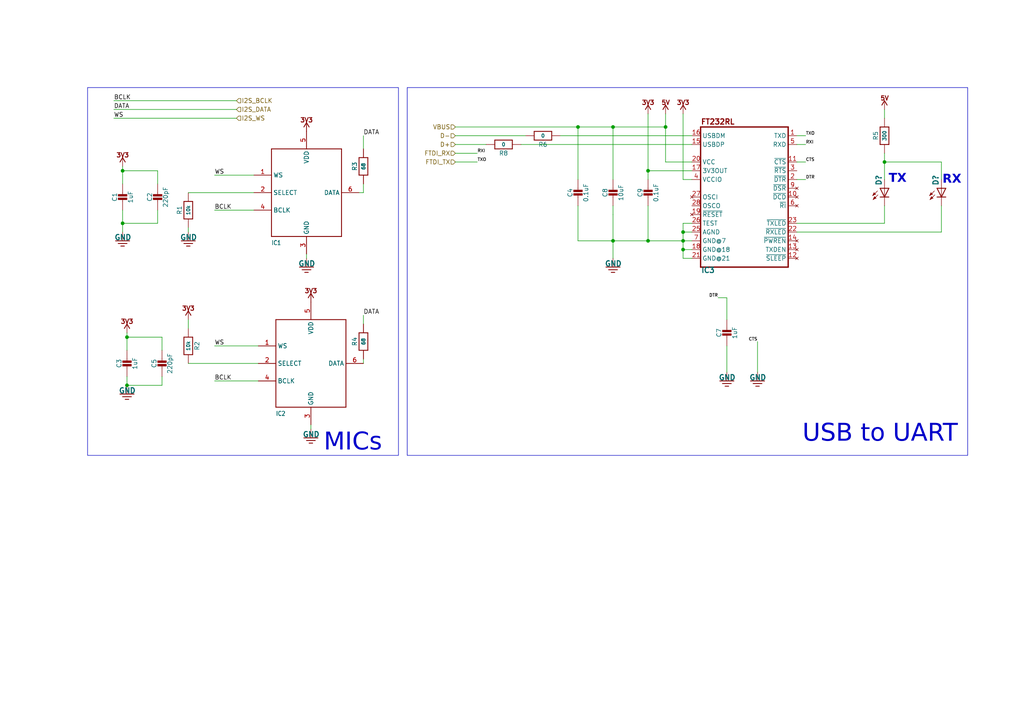
<source format=kicad_sch>
(kicad_sch (version 20231120) (generator "eeschema") (generator_version "8.0")
  (paper "A4")
  (lib_symbols
    (symbol "Adafruit I2S Mic SPK0415HM4H-eagle-import:CAP_CERAMIC0805-NOOUTLINE"
      (property "Reference" "C" (at -2.29 1.25 90))
      (symbol "CAP_CERAMIC0805-NOOUTLINE_1_0"
        (rectangle (start -1.27 0.508) (end 1.27 1.016) (fill (type outline)))
        (rectangle (start -1.27 1.524) (end 1.27 2.032) (fill (type outline)))
        (polyline (pts (xy 0 0.762) (xy 0 0)) (stroke (width 0.1524)))
        (polyline (pts (xy 0 2.54) (xy 0 1.778)) (stroke (width 0.1524)))
        (pin passive line (at 0 5.08 270) (length 2.54) (name "1") (number "1"))
        (pin passive line (at 0 -2.54 90) (length 2.54) (name "2") (number "2"))
      )
    )
    (symbol "Adafruit I2S Mic SPK0415HM4H-eagle-import:MIC_I2S_SPH0645"
      (property "Reference" "IC" (at -10.16 -15.24 0))
      (symbol "MIC_I2S_SPH0645_1_0"
        (polyline (pts (xy -10.16 -12.7) (xy -10.16 12.7)) (stroke (width 0.254)))
        (polyline (pts (xy -10.16 12.7) (xy 10.16 12.7)) (stroke (width 0.254)))
        (polyline (pts (xy 10.16 -12.7) (xy -10.16 -12.7)) (stroke (width 0.254)))
        (polyline (pts (xy 10.16 12.7) (xy 10.16 -12.7)) (stroke (width 0.254)))
        (pin input line (at -15.24 5.08 0) (length 5.08) (name "WS") (number "1"))
        (pin input line (at -15.24 0 0) (length 5.08) (name "SELECT") (number "2"))
        (pin power_in line (at 0 -17.78 90) (length 5.08) (name "GND") (number "3"))
        (pin input line (at -15.24 -5.08 0) (length 5.08) (name "BCLK") (number "4"))
        (pin power_in line (at 0 17.78 270) (length 5.08) (name "VDD") (number "5"))
        (pin output line (at 15.24 0 180) (length 5.08) (name "DATA") (number "6"))
      )
    )
    (symbol "Adafruit I2S Mic SPK0415HM4H-eagle-import:RESISTOR_0603_NOOUT"
      (property "Reference" "R" (at 0 2.54 0))
      (symbol "RESISTOR_0603_NOOUT_1_0"
        (polyline (pts (xy -2.54 -1.27) (xy -2.54 1.27)) (stroke (width 0.254)))
        (polyline (pts (xy -2.54 1.27) (xy 2.54 1.27)) (stroke (width 0.254)))
        (polyline (pts (xy 2.54 -1.27) (xy -2.54 -1.27)) (stroke (width 0.254)))
        (polyline (pts (xy 2.54 1.27) (xy 2.54 -1.27)) (stroke (width 0.254)))
        (pin passive line (at -5.08 0 0) (length 2.54) (name "1") (number "1"))
        (pin passive line (at 5.08 0 180) (length 2.54) (name "2") (number "2"))
      )
    )
    (symbol "ai_breakout_ft232RL-eagle-import:3V3" (power)
      (symbol "3V3_1_0"
        (polyline (pts (xy 0 2.54) (xy -0.762 1.27)) (stroke (width 0.254)))
        (polyline (pts (xy 0.762 1.27) (xy 0 2.54)) (stroke (width 0.254)))
        (text "3V3" (at -1.905 2.54 0) (effects (font (size 1.27 1.27) (thickness 0.254) (bold yes)) (justify left bottom)))
        (pin power_in line (at 0 0 90) (length 2.54) (name "3V3") (number "1"))
      )
    )
    (symbol "ai_breakout_ft232RL-eagle-import:5V" (power)
      (symbol "5V_1_0"
        (polyline (pts (xy 0 2.54) (xy -0.762 1.27)) (stroke (width 0.254)))
        (polyline (pts (xy 0.762 1.27) (xy 0 2.54)) (stroke (width 0.254)))
        (text "5V" (at -1.27 2.54 0) (effects (font (size 1.27 1.27) (thickness 0.254) (bold yes)) (justify left bottom)))
        (pin power_in line (at 0 0 90) (length 2.54) (name "5V") (number "1"))
      )
    )
    (symbol "ai_breakout_ft232RL-eagle-import:FT2332RL"
      (property "Reference" "IC" (at -12.7 -22.225 0))
      (symbol "FT2332RL_1_0"
        (polyline (pts (xy -12.7 -20.32) (xy -12.7 20.32)) (stroke (width 0.381)))
        (polyline (pts (xy -12.7 20.32) (xy 12.7 20.32)) (stroke (width 0.381)))
        (polyline (pts (xy 12.7 -20.32) (xy -12.7 -20.32)) (stroke (width 0.381)))
        (polyline (pts (xy 12.7 20.32) (xy 12.7 -20.32)) (stroke (width 0.381)))
        (text "FT232RL" (at -12.7 20.955 0) (effects (font (size 1.524 1.524) (thickness 0.3048) (bold yes)) (justify left bottom)))
        (pin output line (at 15.24 17.78 180) (length 2.54) (name "TXD") (number "1"))
        (pin no_connect line (at 15.24 0 180) (length 2.54) (name "~{DCD}") (number "10"))
        (pin input line (at 15.24 10.16 180) (length 2.54) (name "~{CTS}") (number "11"))
        (pin no_connect line (at 15.24 -17.78 180) (length 2.54) (name "~{SLEEP}") (number "12"))
        (pin no_connect line (at 15.24 -15.24 180) (length 2.54) (name "TXDEN") (number "13"))
        (pin no_connect line (at 15.24 -12.7 180) (length 2.54) (name "~{PWREN}") (number "14"))
        (pin bidirectional line (at -15.24 15.24 0) (length 2.54) (name "USBDP") (number "15"))
        (pin bidirectional line (at -15.24 17.78 0) (length 2.54) (name "USBDM") (number "16"))
        (pin power_in line (at -15.24 7.62 0) (length 2.54) (name "3V3OUT") (number "17"))
        (pin power_in line (at -15.24 -15.24 0) (length 2.54) (name "GND@18") (number "18"))
        (pin no_connect line (at -15.24 -5.08 0) (length 2.54) (name "~{RESET}") (number "19"))
        (pin output line (at 15.24 5.08 180) (length 2.54) (name "~{DTR}") (number "2"))
        (pin power_in line (at -15.24 10.16 0) (length 2.54) (name "VCC") (number "20"))
        (pin power_in line (at -15.24 -17.78 0) (length 2.54) (name "GND@21") (number "21"))
        (pin input line (at 15.24 -10.16 180) (length 2.54) (name "~{RXLED}") (number "22"))
        (pin input line (at 15.24 -7.62 180) (length 2.54) (name "~{TXLED}") (number "23"))
        (pin power_in line (at -15.24 -10.16 0) (length 2.54) (name "AGND") (number "25"))
        (pin input line (at -15.24 -7.62 0) (length 2.54) (name "TEST") (number "26"))
        (pin no_connect line (at -15.24 0 0) (length 2.54) (name "OSCI") (number "27"))
        (pin output line (at -15.24 -2.54 0) (length 2.54) (name "OSCO") (number "28"))
        (pin output line (at 15.24 7.62 180) (length 2.54) (name "~{RTS}") (number "3"))
        (pin power_in line (at -15.24 5.08 0) (length 2.54) (name "VCCIO") (number "4"))
        (pin input line (at 15.24 15.24 180) (length 2.54) (name "RXD") (number "5"))
        (pin no_connect line (at 15.24 -2.54 180) (length 2.54) (name "~{RI}") (number "6"))
        (pin power_in line (at -15.24 -12.7 0) (length 2.54) (name "GND@7") (number "7"))
        (pin no_connect line (at 15.24 2.54 180) (length 2.54) (name "~{DSR}") (number "9"))
      )
    )
    (symbol "ai_breakout_ft232RL-eagle-import:GND" (power)
      (symbol "GND_1_0"
        (polyline (pts (xy -2.032 0) (xy 2.032 0)) (stroke (width 0.254)))
        (polyline (pts (xy -1.27 -0.762) (xy 1.27 -0.762)) (stroke (width 0.254)))
        (polyline (pts (xy -0.508 -1.524) (xy 0.508 -1.524)) (stroke (width 0.254)))
        (pin power_in line (at 0 2.54 270) (length 2.54) (name "GND") (number "1"))
      )
    )
    (symbol "ai_breakout_ft232RL-eagle-import:LED0603"
      (property "Reference" "LED" (at -0.635 0.635 90))
      (symbol "LED0603_1_0"
        (polyline (pts (xy -2.032 -0.762) (xy -3.429 -2.159)) (stroke (width 0.1524)))
        (polyline (pts (xy -1.905 -1.905) (xy -3.302 -3.302)) (stroke (width 0.1524)))
        (polyline (pts (xy 0 -2.54) (xy -1.27 -2.54)) (stroke (width 0.254)))
        (polyline (pts (xy 0 -2.54) (xy -1.27 0)) (stroke (width 0.254)))
        (polyline (pts (xy 0 0) (xy -1.27 0)) (stroke (width 0.254)))
        (polyline (pts (xy 0 0) (xy 0 -2.54)) (stroke (width 0.1524)))
        (polyline (pts (xy 1.27 -2.54) (xy 0 -2.54)) (stroke (width 0.254)))
        (polyline (pts (xy 1.27 0) (xy 0 -2.54)) (stroke (width 0.254)))
        (polyline (pts (xy 1.27 0) (xy 0 0)) (stroke (width 0.254)))
        (polyline (pts (xy -3.429 -2.159) (xy -3.048 -1.27) (xy -2.54 -1.778)) (stroke (width 0.1524)) (fill (type outline)))
        (polyline (pts (xy -3.302 -3.302) (xy -2.921 -2.413) (xy -2.413 -2.921)) (stroke (width 0.1524)) (fill (type outline)))
        (pin passive line (at 0 2.54 270) (length 2.54) (name "A") (number "A"))
        (pin passive line (at 0 -5.08 90) (length 2.54) (name "C") (number "C"))
      )
    )
  )
  (junction (at 187.96 69.85))
  (junction (at 177.8 69.85))
  (junction (at 36.83 111.76))
  (junction (at 198.12 67.31))
  (junction (at 36.83 97.79))
  (junction (at 35.56 64.77))
  (junction (at 198.12 72.39))
  (junction (at 177.8 36.83))
  (junction (at 256.54 46.99))
  (junction (at 167.64 36.83))
  (junction (at 193.04 36.83))
  (junction (at 198.12 69.85))
  (junction (at 187.96 49.53))
  (junction (at 35.56 49.53))
  (wire (pts (xy 187.96 69.85) (xy 177.8 69.85)) (stroke (width 0.1524)))
  (wire (pts (xy 256.54 31.75) (xy 256.54 34.29)) (stroke (width 0.1524)))
  (wire (pts (xy 187.96 59.69) (xy 187.96 69.85)) (stroke (width 0.1524)))
  (wire (pts (xy 54.61 105.41) (xy 74.93 105.41)) (stroke (width 0.1524)))
  (wire (pts (xy 273.05 59.69) (xy 273.05 67.31)) (stroke (width 0.1524)))
  (wire (pts (xy 45.72 49.53) (xy 35.56 49.53)) (stroke (width 0.1524)))
  (wire (pts (xy 36.83 111.76) (xy 46.99 111.76)) (stroke (width 0.1524)))
  (wire (pts (xy 198.12 69.85) (xy 200.66 69.85)) (stroke (width 0.1524)))
  (wire (pts (xy 36.83 109.22) (xy 36.83 111.76)) (stroke (width 0.1524)))
  (wire (pts (xy 177.8 69.85) (xy 177.8 62.23)) (stroke (width 0.1524)))
  (wire (pts (xy 105.41 55.88) (xy 105.41 53.34)))
  (wire (pts (xy 233.68 52.07) (xy 231.14 52.07)) (stroke (width 0.1524)))
  (wire (pts (xy 200.66 49.53) (xy 187.96 49.53)) (stroke (width 0.1524)))
  (wire (pts (xy 198.12 69.85) (xy 198.12 72.39)) (stroke (width 0.1524)))
  (wire (pts (xy 187.96 52.07) (xy 187.96 49.53)) (stroke (width 0.1524)))
  (wire (pts (xy 177.8 74.93) (xy 177.8 69.85)) (stroke (width 0.1524)))
  (wire (pts (xy 33.02 31.75) (xy 68.58 31.75)))
  (wire (pts (xy 105.41 39.37) (xy 105.41 43.18)))
  (wire (pts (xy 54.61 92.71) (xy 54.61 95.25)))
  (wire (pts (xy 193.04 36.83) (xy 193.04 33.02)) (stroke (width 0.1524)))
  (wire (pts (xy 167.64 52.07) (xy 167.64 36.83)) (stroke (width 0.1524)))
  (wire (pts (xy 105.41 104.14) (xy 105.41 105.41)))
  (wire (pts (xy 90.17 123.19) (xy 90.17 124.46)))
  (wire (pts (xy 132.08 41.91) (xy 140.97 41.91)))
  (wire (pts (xy 104.14 55.88) (xy 105.41 55.88)))
  (wire (pts (xy 74.93 100.33) (xy 62.23 100.33)) (stroke (width 0.1524)))
  (wire (pts (xy 256.54 46.99) (xy 273.05 46.99)) (stroke (width 0.1524)))
  (wire (pts (xy 167.64 36.83) (xy 177.8 36.83)) (stroke (width 0.1524)))
  (wire (pts (xy 256.54 52.07) (xy 256.54 46.99)) (stroke (width 0.1524)))
  (wire (pts (xy 210.82 86.36) (xy 208.28 86.36)) (stroke (width 0.1524)))
  (wire (pts (xy 231.14 67.31) (xy 273.05 67.31)) (stroke (width 0.1524)))
  (wire (pts (xy 177.8 36.83) (xy 193.04 36.83)) (stroke (width 0.1524)))
  (wire (pts (xy 46.99 97.79) (xy 46.99 101.6)) (stroke (width 0.1524)))
  (wire (pts (xy 35.56 48.26) (xy 35.56 49.53)) (stroke (width 0.1524)))
  (wire (pts (xy 198.12 74.93) (xy 200.66 74.93)) (stroke (width 0.1524)))
  (wire (pts (xy 210.82 100.33) (xy 210.82 107.95)))
  (wire (pts (xy 219.71 99.06) (xy 219.71 107.95)))
  (wire (pts (xy 132.08 36.83) (xy 167.64 36.83)) (stroke (width 0.1524)))
  (wire (pts (xy 132.08 46.99) (xy 138.43 46.99)) (stroke (width 0.1524)))
  (wire (pts (xy 198.12 67.31) (xy 200.66 67.31)) (stroke (width 0.1524)))
  (wire (pts (xy 33.02 34.29) (xy 68.58 34.29)) (stroke (width 0.1524)))
  (wire (pts (xy 132.08 39.37) (xy 152.4 39.37)))
  (wire (pts (xy 167.64 69.85) (xy 177.8 69.85)) (stroke (width 0.1524)))
  (wire (pts (xy 68.58 29.21) (xy 33.02 29.21)) (stroke (width 0.1524)))
  (wire (pts (xy 177.8 52.07) (xy 177.8 36.83)) (stroke (width 0.1524)))
  (wire (pts (xy 231.14 64.77) (xy 256.54 64.77)) (stroke (width 0.1524)))
  (wire (pts (xy 256.54 64.77) (xy 256.54 59.69)) (stroke (width 0.1524)))
  (wire (pts (xy 273.05 46.99) (xy 273.05 52.07)) (stroke (width 0.1524)))
  (wire (pts (xy 162.56 39.37) (xy 200.66 39.37)))
  (wire (pts (xy 167.64 59.69) (xy 167.64 69.85)) (stroke (width 0.1524)))
  (wire (pts (xy 198.12 69.85) (xy 198.12 67.31)) (stroke (width 0.1524)))
  (wire (pts (xy 210.82 86.36) (xy 210.82 92.71)) (stroke (width 0.1524)))
  (wire (pts (xy 233.68 39.37) (xy 231.14 39.37)) (stroke (width 0.1524)))
  (wire (pts (xy 151.13 41.91) (xy 200.66 41.91)))
  (wire (pts (xy 35.56 64.77) (xy 35.56 67.31)) (stroke (width 0.1524)))
  (wire (pts (xy 46.99 111.76) (xy 46.99 109.22)) (stroke (width 0.1524)))
  (wire (pts (xy 233.68 41.91) (xy 231.14 41.91)) (stroke (width 0.1524)))
  (wire (pts (xy 187.96 69.85) (xy 198.12 69.85)) (stroke (width 0.1524)))
  (wire (pts (xy 198.12 64.77) (xy 200.66 64.77)) (stroke (width 0.1524)))
  (wire (pts (xy 35.56 64.77) (xy 45.72 64.77)) (stroke (width 0.1524)))
  (wire (pts (xy 35.56 49.53) (xy 35.56 53.34)) (stroke (width 0.1524)))
  (wire (pts (xy 198.12 72.39) (xy 200.66 72.39)) (stroke (width 0.1524)))
  (wire (pts (xy 36.83 96.52) (xy 36.83 97.79)) (stroke (width 0.1524)))
  (wire (pts (xy 198.12 52.07) (xy 198.12 33.02)) (stroke (width 0.1524)))
  (wire (pts (xy 187.96 49.53) (xy 187.96 33.02)) (stroke (width 0.1524)))
  (wire (pts (xy 35.56 64.77) (xy 35.56 60.96)) (stroke (width 0.1524)))
  (wire (pts (xy 62.23 60.96) (xy 73.66 60.96)) (stroke (width 0.1524)))
  (wire (pts (xy 233.68 46.99) (xy 231.14 46.99)) (stroke (width 0.1524)))
  (wire (pts (xy 256.54 44.45) (xy 256.54 46.99)) (stroke (width 0.1524)))
  (wire (pts (xy 73.66 50.8) (xy 62.23 50.8)) (stroke (width 0.1524)))
  (wire (pts (xy 200.66 52.07) (xy 198.12 52.07)) (stroke (width 0.1524)))
  (wire (pts (xy 177.8 59.69) (xy 177.8 62.23)))
  (wire (pts (xy 46.99 97.79) (xy 36.83 97.79)) (stroke (width 0.1524)))
  (wire (pts (xy 132.08 44.45) (xy 138.43 44.45)) (stroke (width 0.1524)))
  (wire (pts (xy 54.61 66.04) (xy 54.61 67.31)))
  (wire (pts (xy 198.12 67.31) (xy 198.12 64.77)) (stroke (width 0.1524)))
  (wire (pts (xy 36.83 97.79) (xy 36.83 101.6)) (stroke (width 0.1524)))
  (wire (pts (xy 193.04 46.99) (xy 193.04 36.83)) (stroke (width 0.1524)))
  (wire (pts (xy 45.72 64.77) (xy 45.72 60.96)) (stroke (width 0.1524)))
  (wire (pts (xy 62.23 110.49) (xy 74.93 110.49)) (stroke (width 0.1524)))
  (wire (pts (xy 88.9 73.66) (xy 88.9 74.93)))
  (wire (pts (xy 45.72 49.53) (xy 45.72 53.34)) (stroke (width 0.1524)))
  (wire (pts (xy 200.66 46.99) (xy 193.04 46.99)) (stroke (width 0.1524)))
  (wire (pts (xy 198.12 72.39) (xy 198.12 74.93)) (stroke (width 0.1524)))
  (wire (pts (xy 105.41 91.44) (xy 105.41 93.98)))
  (wire (pts (xy 73.66 55.88) (xy 54.61 55.88)) (stroke (width 0.1524)))
  (rectangle (start 118.11 25.4) (end 280.67 132.08))
  (rectangle (start 25.4 25.4) (end 115.57 132.08))
  (text "RX" (at 276.098 52.832 0) (effects (font (size 2.54 2.54) (thickness 0.0508) (bold yes))))
  (text "TX" (at 260.35 52.578 0) (effects (font (size 2.54 2.54) (thickness 0.0508) (bold yes))))
  (text "USB to UART" (at 255.27 127.254 0) (effects (font (size 5.08 5.08))))
  (text "MICs\n" (at 102.362 129.794 0) (effects (font (size 5.08 5.08))))
  (label "CTS" (at 219.71 99.06 180) (effects (font (size 0.889 0.889))))
  (label "WS" (at 62.23 50.8 0) (effects (font (size 1.2446 1.2446))))
  (label "DATA" (at 33.02 31.75 0) (effects (font (size 1.2446 1.2446))))
  (label "CTS" (at 233.68 46.99 0) (effects (font (size 0.889 0.889))))
  (label "BCLK" (at 62.23 110.49 0) (effects (font (size 1.2446 1.2446))))
  (label "DATA" (at 105.41 91.44 0))
  (label "DTR" (at 208.28 86.36 180) (effects (font (size 0.889 0.889))))
  (label "RXI" (at 233.68 41.91 0) (effects (font (size 0.889 0.889))))
  (label "DTR" (at 233.68 52.07 0) (effects (font (size 0.889 0.889))))
  (label "WS" (at 62.23 100.33 0) (effects (font (size 1.2446 1.2446))))
  (label "WS" (at 33.02 34.29 0) (effects (font (size 1.2446 1.2446))))
  (label "BCLK" (at 62.23 60.96 0) (effects (font (size 1.2446 1.2446))))
  (label "BCLK" (at 33.02 29.21 0) (effects (font (size 1.2446 1.2446))))
  (label "TXO" (at 138.43 46.99 0) (effects (font (size 0.889 0.889))))
  (label "DATA" (at 105.41 39.37 0))
  (label "RXI" (at 138.43 44.45 0) (effects (font (size 0.889 0.889))))
  (label "TXO" (at 233.68 39.37 0) (effects (font (size 0.889 0.889))))
  (hierarchical_label "D+" (shape input) (at 132.08 41.91 180))
  (hierarchical_label "I2S_BCLK" (shape input) (at 68.58 29.21 0))
  (hierarchical_label "FTDI_TX" (shape input) (at 132.08 46.99 180))
  (hierarchical_label "I2S_WS" (shape input) (at 68.58 34.29 0))
  (hierarchical_label "FTDI_RX" (shape input) (at 132.08 44.45 180))
  (hierarchical_label "D-" (shape input) (at 132.08 39.37 180))
  (hierarchical_label "VBUS" (shape input) (at 132.08 36.83 180))
  (hierarchical_label "I2S_DATA" (shape input) (at 68.58 31.75 0))
  (symbol (lib_id "ai_breakout_ft232RL-eagle-import:3V3") (at 35.56 48.26 0) (unit 1)
    (property "Reference" "#U$03" (effects (hide yes)))
    (property "Value" "3V3" (effects (hide yes)))
  )
  (symbol (lib_id "Adafruit I2S Mic SPK0415HM4H-eagle-import:RESISTOR_0603_NOOUT") (at 54.61 100.33 270) (unit 1)
    (property "Reference" "R2" (at 57.15 100.33 0))
    (property "Value" "10k" (at 54.61 100.33 0) (effects (font (size 1.016 1.016) (thickness 0.2032) (bold yes))))
    (property "Footprint" "0603-NO" (effects (hide yes)))
  )
  (symbol (lib_id "Adafruit I2S Mic SPK0415HM4H-eagle-import:RESISTOR_0603_NOOUT") (at 146.05 41.91 180) (unit 1)
    (property "Reference" "R8" (at 146.05 44.45 0))
    (property "Value" "0" (at 146.05 41.91 0) (effects (font (size 1.016 1.016) (thickness 0.2032) (bold yes))))
    (property "Footprint" "0603-NO" (effects (hide yes)))
  )
  (symbol (lib_id "ai_breakout_ft232RL-eagle-import:5V") (at 256.54 31.75 0) (unit 1)
    (property "Reference" "#U$016" (effects (hide yes)))
    (property "Value" "5V" (effects (hide yes)))
  )
  (symbol (lib_id "Adafruit I2S Mic SPK0415HM4H-eagle-import:CAP_CERAMIC0805-NOOUTLINE") (at 45.72 58.42 0) (unit 1)
    (property "Reference" "C2" (at 43.43 57.17 90))
    (property "Value" "220pF" (at 48.02 57.17 90))
    (property "Footprint" "0603-NO" (effects (hide yes)))
  )
  (symbol (lib_id "ai_breakout_ft232RL-eagle-import:3V3") (at 36.83 96.52 0) (unit 1)
    (property "Reference" "#U$01" (effects (hide yes)))
    (property "Value" "3V3" (effects (hide yes)))
  )
  (symbol (lib_id "ai_breakout_ft232RL-eagle-import:LED0603") (at 256.54 54.61 0) (unit 1)
    (property "Reference" "D?" (at 255.905 53.975 90) (effects (font (size 1.524 1.524) (thickness 0.3048) (bold yes)) (justify left bottom)))
    (property "Value" "YELLOW" (effects (hide yes)))
    (property "Footprint" "LED-0603" (effects (hide yes)))
  )
  (symbol (lib_id "Adafruit I2S Mic SPK0415HM4H-eagle-import:CAP_CERAMIC0805-NOOUTLINE") (at 167.64 57.15 0) (unit 1)
    (property "Reference" "C4" (at 165.35 55.9 90))
    (property "Value" "0.1uF" (at 169.94 55.9 90))
    (property "Footprint" "0603-NO" (effects (hide yes)))
  )
  (symbol (lib_id "Adafruit I2S Mic SPK0415HM4H-eagle-import:CAP_CERAMIC0805-NOOUTLINE") (at 35.56 58.42 0) (unit 1)
    (property "Reference" "C1" (at 33.27 57.17 90))
    (property "Value" "1uF" (at 37.86 57.17 90))
    (property "Footprint" "0603-NO" (effects (hide yes)))
  )
  (symbol (lib_id "ai_breakout_ft232RL-eagle-import:GND") (at 210.82 110.49 0) (unit 1)
    (property "Reference" "#GND02" (effects (hide yes)))
    (property "Value" "GND" (at 208.28 110.49 0) (effects (font (size 1.524 1.524) (thickness 0.3048) (bold yes)) (justify left bottom)))
  )
  (symbol (lib_id "Adafruit I2S Mic SPK0415HM4H-eagle-import:MIC_I2S_SPH0645") (at 90.17 105.41 0) (unit 1)
    (property "Reference" "IC2" (at 80.01 120.65 0) (effects (font (size 1.27 1.0795)) (justify left bottom)))
    (property "Value" "MIC_I2S_SPH0645" (effects (hide yes)))
    (property "Footprint" "SPH0645LM4H" (effects (hide yes)))
  )
  (symbol (lib_id "ai_breakout_ft232RL-eagle-import:GND") (at 36.83 114.3 0) (unit 1)
    (property "Reference" "#GND09" (effects (hide yes)))
    (property "Value" "GND" (at 34.29 114.3 0) (effects (font (size 1.524 1.524) (thickness 0.3048) (bold yes)) (justify left bottom)))
  )
  (symbol (lib_id "Adafruit I2S Mic SPK0415HM4H-eagle-import:RESISTOR_0603_NOOUT") (at 54.61 60.96 90) (unit 1)
    (property "Reference" "R1" (at 52.07 60.96 0))
    (property "Value" "10k" (at 54.61 60.96 0) (effects (font (size 1.016 1.016) (thickness 0.2032) (bold yes))))
    (property "Footprint" "0603-NO" (effects (hide yes)))
  )
  (symbol (lib_id "ai_breakout_ft232RL-eagle-import:GND") (at 90.17 127 0) (unit 1)
    (property "Reference" "#GND06" (effects (hide yes)))
    (property "Value" "GND" (at 87.63 127 0) (effects (font (size 1.524 1.524) (thickness 0.3048) (bold yes)) (justify left bottom)))
  )
  (symbol (lib_id "ai_breakout_ft232RL-eagle-import:GND") (at 177.8 77.47 0) (unit 1)
    (property "Reference" "#GND01" (effects (hide yes)))
    (property "Value" "GND" (at 175.26 77.47 0) (effects (font (size 1.524 1.524) (thickness 0.3048) (bold yes)) (justify left bottom)))
  )
  (symbol (lib_id "Adafruit I2S Mic SPK0415HM4H-eagle-import:RESISTOR_0603_NOOUT") (at 105.41 48.26 90) (unit 1)
    (property "Reference" "R3" (at 102.87 48.26 0))
    (property "Value" "68" (at 105.41 48.26 0) (effects (font (size 1.016 1.016) (thickness 0.2032) (bold yes))))
    (property "Footprint" "0603-NO" (effects (hide yes)))
  )
  (symbol (lib_id "Adafruit I2S Mic SPK0415HM4H-eagle-import:CAP_CERAMIC0805-NOOUTLINE") (at 177.8 57.15 0) (unit 1)
    (property "Reference" "C8" (at 175.51 55.9 90))
    (property "Value" "10uF" (at 180.1 55.9 90))
    (property "Footprint" "0603-NO" (effects (hide yes)))
  )
  (symbol (lib_id "ai_breakout_ft232RL-eagle-import:3V3") (at 88.9 38.1 0) (unit 1)
    (property "Reference" "#U$04" (effects (hide yes)))
    (property "Value" "3V3" (effects (hide yes)))
  )
  (symbol (lib_id "Adafruit I2S Mic SPK0415HM4H-eagle-import:MIC_I2S_SPH0645") (at 88.9 55.88 0) (unit 1)
    (property "Reference" "IC1" (at 78.74 71.12 0) (effects (font (size 1.27 1.0795)) (justify left bottom)))
    (property "Value" "MIC_I2S_SPH0645" (effects (hide yes)))
    (property "Footprint" "SPH0645LM4H" (effects (hide yes)))
  )
  (symbol (lib_id "ai_breakout_ft232RL-eagle-import:GND") (at 88.9 77.47 0) (unit 1)
    (property "Reference" "#GND07" (effects (hide yes)))
    (property "Value" "GND" (at 86.36 77.47 0) (effects (font (size 1.524 1.524) (thickness 0.3048) (bold yes)) (justify left bottom)))
  )
  (symbol (lib_id "Adafruit I2S Mic SPK0415HM4H-eagle-import:CAP_CERAMIC0805-NOOUTLINE") (at 210.82 97.79 0) (unit 1)
    (property "Reference" "C7" (at 208.53 96.54 90))
    (property "Value" "1uF" (at 213.12 96.54 90))
    (property "Footprint" "0603-NO" (effects (hide yes)))
  )
  (symbol (lib_id "ai_breakout_ft232RL-eagle-import:LED0603") (at 273.05 54.61 0) (unit 1)
    (property "Reference" "D?" (at 272.415 53.975 90) (effects (font (size 1.524 1.524) (thickness 0.3048) (bold yes)) (justify left bottom)))
    (property "Value" "YELLOW" (effects (hide yes)))
    (property "Footprint" "LED-0603" (effects (hide yes)))
  )
  (symbol (lib_id "Adafruit I2S Mic SPK0415HM4H-eagle-import:CAP_CERAMIC0805-NOOUTLINE") (at 187.96 57.15 0) (unit 1)
    (property "Reference" "C9" (at 185.67 55.9 90))
    (property "Value" "0.1uF" (at 190.26 55.9 90))
    (property "Footprint" "0603-NO" (effects (hide yes)))
  )
  (symbol (lib_id "ai_breakout_ft232RL-eagle-import:3V3") (at 90.17 87.63 0) (unit 1)
    (property "Reference" "#U$05" (effects (hide yes)))
    (property "Value" "3V3" (effects (hide yes)))
  )
  (symbol (lib_id "Adafruit I2S Mic SPK0415HM4H-eagle-import:CAP_CERAMIC0805-NOOUTLINE") (at 46.99 106.68 0) (unit 1)
    (property "Reference" "C5" (at 44.7 105.43 90))
    (property "Value" "220pF" (at 49.29 105.43 90))
    (property "Footprint" "0603-NO" (effects (hide yes)))
  )
  (symbol (lib_id "Adafruit I2S Mic SPK0415HM4H-eagle-import:RESISTOR_0603_NOOUT") (at 157.48 39.37 180) (unit 1)
    (property "Reference" "R6" (at 157.48 41.91 0))
    (property "Value" "0" (at 157.48 39.37 0) (effects (font (size 1.016 1.016) (thickness 0.2032) (bold yes))))
    (property "Footprint" "0603-NO" (effects (hide yes)))
  )
  (symbol (lib_id "ai_breakout_ft232RL-eagle-import:3V3") (at 54.61 92.71 0) (unit 1)
    (property "Reference" "#U$02" (effects (hide yes)))
    (property "Value" "3V3" (effects (hide yes)))
  )
  (symbol (lib_id "ai_breakout_ft232RL-eagle-import:FT2332RL") (at 215.9 57.15 0) (unit 1)
    (property "Reference" "IC3" (at 203.2 79.375 0) (effects (font (size 1.524 1.524) (thickness 0.3048) (bold yes)) (justify left bottom)))
    (property "Value" "FT2332RL" (effects (hide yes)))
    (property "Footprint" "SSOP28-LD" (effects (hide yes)))
  )
  (symbol (lib_id "ai_breakout_ft232RL-eagle-import:5V") (at 193.04 33.02 0) (unit 1)
    (property "Reference" "#U$012" (effects (hide yes)))
    (property "Value" "5V" (effects (hide yes)))
  )
  (symbol (lib_id "ai_breakout_ft232RL-eagle-import:GND") (at 219.71 110.49 0) (unit 1)
    (property "Reference" "#GND04" (effects (hide yes)))
    (property "Value" "GND" (at 217.17 110.49 0) (effects (font (size 1.524 1.524) (thickness 0.3048) (bold yes)) (justify left bottom)))
  )
  (symbol (lib_id "ai_breakout_ft232RL-eagle-import:3V3") (at 198.12 33.02 0) (unit 1)
    (property "Reference" "#U$013" (effects (hide yes)))
    (property "Value" "3V3" (effects (hide yes)))
  )
  (symbol (lib_id "ai_breakout_ft232RL-eagle-import:GND") (at 54.61 69.85 0) (unit 1)
    (property "Reference" "#GND05" (effects (hide yes)))
    (property "Value" "GND" (at 52.07 69.85 0) (effects (font (size 1.524 1.524) (thickness 0.3048) (bold yes)) (justify left bottom)))
  )
  (symbol (lib_id "Adafruit I2S Mic SPK0415HM4H-eagle-import:RESISTOR_0603_NOOUT") (at 256.54 39.37 90) (unit 1)
    (property "Reference" "R5" (at 254 39.37 0))
    (property "Value" "300" (at 256.54 39.37 0) (effects (font (size 1.016 1.016) (thickness 0.2032) (bold yes))))
    (property "Footprint" "0603-NO" (effects (hide yes)))
  )
  (symbol (lib_id "Adafruit I2S Mic SPK0415HM4H-eagle-import:RESISTOR_0603_NOOUT") (at 105.41 99.06 90) (unit 1)
    (property "Reference" "R4" (at 102.87 99.06 0))
    (property "Value" "68" (at 105.41 99.06 0) (effects (font (size 1.016 1.016) (thickness 0.2032) (bold yes))))
    (property "Footprint" "0603-NO" (effects (hide yes)))
  )
  (symbol (lib_id "ai_breakout_ft232RL-eagle-import:3V3") (at 187.96 33.02 0) (unit 1)
    (property "Reference" "#U$011" (effects (hide yes)))
    (property "Value" "3V3" (effects (hide yes)))
  )
  (symbol (lib_id "Adafruit I2S Mic SPK0415HM4H-eagle-import:CAP_CERAMIC0805-NOOUTLINE") (at 36.83 106.68 0) (unit 1)
    (property "Reference" "C3" (at 34.54 105.43 90))
    (property "Value" "1uF" (at 39.13 105.43 90))
    (property "Footprint" "0603-NO" (effects (hide yes)))
  )
  (symbol (lib_id "ai_breakout_ft232RL-eagle-import:GND") (at 35.56 69.85 0) (unit 1)
    (property "Reference" "#GND08" (effects (hide yes)))
    (property "Value" "GND" (at 33.02 69.85 0) (effects (font (size 1.524 1.524) (thickness 0.3048) (bold yes)) (justify left bottom)))
  )
)
</source>
